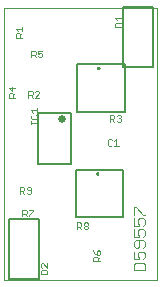
<source format=gto>
G75*
G70*
%OFA0B0*%
%FSLAX24Y24*%
%IPPOS*%
%LPD*%
%AMOC8*
5,1,8,0,0,1.08239X$1,22.5*
%
%ADD10C,0.0000*%
%ADD11C,0.0030*%
%ADD12C,0.0050*%
%ADD13C,0.0020*%
%ADD14C,0.0080*%
%ADD15C,0.0256*%
%ADD16C,0.0001*%
D10*
X000900Y000980D02*
X000900Y010035D01*
X006018Y010035D01*
X006018Y000980D01*
X000900Y000980D01*
X003986Y004499D02*
X003997Y004494D01*
X004009Y004492D01*
X004022Y004494D01*
X004033Y004499D01*
X004041Y004508D01*
X004047Y004519D01*
X004049Y004531D01*
X004047Y004543D01*
X004041Y004554D01*
X004033Y004563D01*
X004022Y004569D01*
X004009Y004571D01*
X003997Y004569D01*
X003986Y004563D01*
X003978Y004554D01*
X003972Y004543D01*
X003970Y004531D01*
X003972Y004519D01*
X003978Y004508D01*
X003986Y004499D01*
X004049Y008012D02*
X004062Y008014D01*
X004073Y008019D01*
X004081Y008028D01*
X004087Y008039D01*
X004089Y008051D01*
X004087Y008063D01*
X004081Y008074D01*
X004073Y008083D01*
X004062Y008089D01*
X004049Y008091D01*
X004037Y008089D01*
X004026Y008083D01*
X004018Y008074D01*
X004012Y008063D01*
X004010Y008051D01*
X004012Y008039D01*
X004018Y008028D01*
X004026Y008019D01*
X004037Y008014D01*
X004049Y008012D01*
D11*
X005235Y003403D02*
X005296Y003403D01*
X005543Y003157D01*
X005605Y003157D01*
X005543Y003035D02*
X005605Y002973D01*
X005605Y002850D01*
X005543Y002788D01*
X005543Y002667D02*
X005605Y002605D01*
X005605Y002482D01*
X005543Y002420D01*
X005543Y002299D02*
X005296Y002299D01*
X005235Y002237D01*
X005235Y002113D01*
X005296Y002052D01*
X005358Y002052D01*
X005420Y002113D01*
X005420Y002299D01*
X005420Y002420D02*
X005358Y002543D01*
X005358Y002605D01*
X005420Y002667D01*
X005543Y002667D01*
X005420Y002788D02*
X005358Y002912D01*
X005358Y002973D01*
X005420Y003035D01*
X005543Y003035D01*
X005420Y002788D02*
X005235Y002788D01*
X005235Y003035D01*
X005235Y003157D02*
X005235Y003403D01*
X005235Y002667D02*
X005235Y002420D01*
X005420Y002420D01*
X005543Y002299D02*
X005605Y002237D01*
X005605Y002113D01*
X005543Y002052D01*
X005543Y001930D02*
X005605Y001868D01*
X005605Y001745D01*
X005543Y001683D01*
X005543Y001562D02*
X005296Y001562D01*
X005235Y001500D01*
X005235Y001315D01*
X005605Y001315D01*
X005605Y001500D01*
X005543Y001562D01*
X005420Y001683D02*
X005358Y001807D01*
X005358Y001868D01*
X005420Y001930D01*
X005543Y001930D01*
X005420Y001683D02*
X005235Y001683D01*
X005235Y001930D01*
D12*
X004887Y003073D02*
X004887Y004647D01*
X003313Y004647D01*
X003313Y003073D01*
X004887Y003073D01*
X004927Y006593D02*
X003353Y006593D01*
X003353Y008167D01*
X004927Y008167D01*
X004927Y006593D01*
X004882Y008083D02*
X005882Y008083D01*
X005882Y010083D01*
X004882Y010083D01*
X004882Y008083D01*
X002078Y003001D02*
X001078Y003001D01*
X001078Y001001D01*
X002078Y001001D01*
X002078Y003001D01*
D13*
X001886Y003283D02*
X001739Y003137D01*
X001739Y003100D01*
X001665Y003100D02*
X001591Y003173D01*
X001628Y003173D02*
X001518Y003173D01*
X001518Y003100D02*
X001518Y003320D01*
X001628Y003320D01*
X001665Y003283D01*
X001665Y003210D01*
X001628Y003173D01*
X001739Y003320D02*
X001886Y003320D01*
X001886Y003283D01*
X001769Y003860D02*
X001696Y003860D01*
X001659Y003897D01*
X001696Y003970D02*
X001806Y003970D01*
X001806Y003897D02*
X001769Y003860D01*
X001806Y003897D02*
X001806Y004043D01*
X001769Y004080D01*
X001696Y004080D01*
X001659Y004043D01*
X001659Y004007D01*
X001696Y003970D01*
X001585Y003970D02*
X001585Y004043D01*
X001548Y004080D01*
X001438Y004080D01*
X001438Y003860D01*
X001438Y003933D02*
X001548Y003933D01*
X001585Y003970D01*
X001511Y003933D02*
X001585Y003860D01*
X001790Y006192D02*
X001790Y006266D01*
X001790Y006229D02*
X002010Y006229D01*
X002010Y006192D02*
X002010Y006266D01*
X001973Y006340D02*
X002010Y006376D01*
X002010Y006450D01*
X001973Y006486D01*
X002010Y006561D02*
X002010Y006707D01*
X002010Y006634D02*
X001790Y006634D01*
X001863Y006561D01*
X001826Y006486D02*
X001790Y006450D01*
X001790Y006376D01*
X001826Y006340D01*
X001973Y006340D01*
X001939Y007060D02*
X002086Y007207D01*
X002086Y007243D01*
X002049Y007280D01*
X001976Y007280D01*
X001939Y007243D01*
X001865Y007243D02*
X001865Y007170D01*
X001828Y007133D01*
X001718Y007133D01*
X001718Y007060D02*
X001718Y007280D01*
X001828Y007280D01*
X001865Y007243D01*
X001791Y007133D02*
X001865Y007060D01*
X001939Y007060D02*
X002086Y007060D01*
X001280Y007060D02*
X001060Y007060D01*
X001060Y007170D01*
X001097Y007207D01*
X001170Y007207D01*
X001207Y007170D01*
X001207Y007060D01*
X001207Y007133D02*
X001280Y007207D01*
X001170Y007281D02*
X001170Y007428D01*
X001280Y007391D02*
X001060Y007391D01*
X001170Y007281D01*
X001820Y008400D02*
X001820Y008620D01*
X001930Y008620D01*
X001967Y008583D01*
X001967Y008510D01*
X001930Y008473D01*
X001820Y008473D01*
X001893Y008473D02*
X001967Y008400D01*
X002041Y008437D02*
X002078Y008400D01*
X002151Y008400D01*
X002188Y008437D01*
X002188Y008510D01*
X002151Y008547D01*
X002114Y008547D01*
X002041Y008510D01*
X002041Y008620D01*
X002188Y008620D01*
X001520Y009060D02*
X001300Y009060D01*
X001300Y009170D01*
X001337Y009207D01*
X001410Y009207D01*
X001447Y009170D01*
X001447Y009060D01*
X001447Y009133D02*
X001520Y009207D01*
X001520Y009281D02*
X001520Y009428D01*
X001520Y009354D02*
X001300Y009354D01*
X001373Y009281D01*
X004395Y005680D02*
X004358Y005643D01*
X004358Y005497D01*
X004395Y005460D01*
X004468Y005460D01*
X004505Y005497D01*
X004579Y005460D02*
X004726Y005460D01*
X004652Y005460D02*
X004652Y005680D01*
X004579Y005607D01*
X004505Y005643D02*
X004468Y005680D01*
X004395Y005680D01*
X004438Y006260D02*
X004438Y006480D01*
X004548Y006480D01*
X004585Y006443D01*
X004585Y006370D01*
X004548Y006333D01*
X004438Y006333D01*
X004511Y006333D02*
X004585Y006260D01*
X004659Y006297D02*
X004696Y006260D01*
X004769Y006260D01*
X004806Y006297D01*
X004806Y006333D01*
X004769Y006370D01*
X004732Y006370D01*
X004769Y006370D02*
X004806Y006407D01*
X004806Y006443D01*
X004769Y006480D01*
X004696Y006480D01*
X004659Y006443D01*
X004612Y009411D02*
X004612Y009521D01*
X004649Y009557D01*
X004796Y009557D01*
X004832Y009521D01*
X004832Y009411D01*
X004612Y009411D01*
X004685Y009632D02*
X004612Y009705D01*
X004832Y009705D01*
X004832Y009632D02*
X004832Y009778D01*
X003671Y002900D02*
X003598Y002900D01*
X003561Y002863D01*
X003561Y002827D01*
X003598Y002790D01*
X003671Y002790D01*
X003708Y002753D01*
X003708Y002717D01*
X003671Y002680D01*
X003598Y002680D01*
X003561Y002717D01*
X003561Y002753D01*
X003598Y002790D01*
X003671Y002790D02*
X003708Y002827D01*
X003708Y002863D01*
X003671Y002900D01*
X003487Y002863D02*
X003487Y002790D01*
X003450Y002753D01*
X003340Y002753D01*
X003340Y002680D02*
X003340Y002900D01*
X003450Y002900D01*
X003487Y002863D01*
X003413Y002753D02*
X003487Y002680D01*
X003880Y001966D02*
X003917Y001892D01*
X003990Y001819D01*
X003990Y001929D01*
X004027Y001966D01*
X004063Y001966D01*
X004100Y001929D01*
X004100Y001856D01*
X004063Y001819D01*
X003990Y001819D01*
X003990Y001745D02*
X003917Y001745D01*
X003880Y001708D01*
X003880Y001598D01*
X004100Y001598D01*
X004027Y001598D02*
X004027Y001708D01*
X003990Y001745D01*
X004027Y001671D02*
X004100Y001745D01*
X002348Y001539D02*
X002348Y001392D01*
X002202Y001539D01*
X002165Y001539D01*
X002128Y001502D01*
X002128Y001428D01*
X002165Y001392D01*
X002165Y001318D02*
X002128Y001281D01*
X002128Y001171D01*
X002348Y001171D01*
X002348Y001281D01*
X002312Y001318D01*
X002165Y001318D01*
D14*
X002029Y004854D02*
X003131Y004854D01*
X003131Y006546D01*
X002029Y006546D01*
X002029Y004854D01*
D15*
X002836Y006340D03*
D16*
X004027Y008019D02*
X004072Y008019D01*
X004073Y008020D02*
X004026Y008020D01*
X004025Y008021D02*
X004074Y008021D01*
X004075Y008022D02*
X004024Y008022D01*
X004023Y008023D02*
X004076Y008023D01*
X004077Y008024D02*
X004022Y008024D01*
X004021Y008025D02*
X004078Y008025D01*
X004079Y008026D02*
X004020Y008026D01*
X004019Y008027D02*
X004080Y008027D01*
X004081Y008028D02*
X004018Y008028D01*
X004017Y008029D02*
X004082Y008029D01*
X004082Y008030D02*
X004017Y008030D01*
X004016Y008031D02*
X004083Y008031D01*
X004083Y008032D02*
X004016Y008032D01*
X004015Y008033D02*
X004084Y008033D01*
X004084Y008034D02*
X004015Y008034D01*
X004014Y008035D02*
X004085Y008035D01*
X004085Y008036D02*
X004014Y008036D01*
X004013Y008037D02*
X004086Y008037D01*
X004086Y008038D02*
X004013Y008038D01*
X004012Y008039D02*
X004087Y008039D01*
X004087Y008040D02*
X004012Y008040D01*
X004012Y008041D02*
X004087Y008041D01*
X004087Y008042D02*
X004012Y008042D01*
X004011Y008043D02*
X004088Y008043D01*
X004088Y008044D02*
X004011Y008044D01*
X004011Y008045D02*
X004088Y008045D01*
X004088Y008046D02*
X004011Y008046D01*
X004011Y008047D02*
X004088Y008047D01*
X004088Y008048D02*
X004011Y008048D01*
X004010Y008049D02*
X004088Y008049D01*
X004089Y008050D02*
X004010Y008050D01*
X004010Y008051D02*
X004089Y008051D01*
X004089Y008052D02*
X004010Y008052D01*
X004010Y008053D02*
X004089Y008053D01*
X004088Y008054D02*
X004011Y008054D01*
X004011Y008055D02*
X004088Y008055D01*
X004088Y008056D02*
X004011Y008056D01*
X004011Y008057D02*
X004088Y008057D01*
X004088Y008058D02*
X004011Y008058D01*
X004011Y008059D02*
X004088Y008059D01*
X004087Y008060D02*
X004011Y008060D01*
X004012Y008061D02*
X004087Y008061D01*
X004087Y008062D02*
X004012Y008062D01*
X004012Y008063D02*
X004087Y008063D01*
X004087Y008064D02*
X004012Y008064D01*
X004013Y008065D02*
X004086Y008065D01*
X004086Y008066D02*
X004013Y008066D01*
X004014Y008067D02*
X004085Y008067D01*
X004085Y008068D02*
X004014Y008068D01*
X004015Y008069D02*
X004084Y008069D01*
X004084Y008070D02*
X004015Y008070D01*
X004016Y008071D02*
X004083Y008071D01*
X004083Y008072D02*
X004016Y008072D01*
X004017Y008073D02*
X004082Y008073D01*
X004081Y008074D02*
X004017Y008074D01*
X004018Y008075D02*
X004081Y008075D01*
X004080Y008076D02*
X004019Y008076D01*
X004020Y008077D02*
X004079Y008077D01*
X004078Y008078D02*
X004021Y008078D01*
X004022Y008079D02*
X004077Y008079D01*
X004076Y008080D02*
X004023Y008080D01*
X004024Y008081D02*
X004075Y008081D01*
X004074Y008082D02*
X004025Y008082D01*
X004026Y008083D02*
X004073Y008083D01*
X004071Y008084D02*
X004028Y008084D01*
X004030Y008085D02*
X004069Y008085D01*
X004067Y008086D02*
X004032Y008086D01*
X004034Y008087D02*
X004065Y008087D01*
X004063Y008088D02*
X004036Y008088D01*
X004039Y008089D02*
X004060Y008089D01*
X004053Y008090D02*
X004045Y008090D01*
X004029Y008018D02*
X004070Y008018D01*
X004068Y008017D02*
X004031Y008017D01*
X004033Y008016D02*
X004066Y008016D01*
X004064Y008015D02*
X004035Y008015D01*
X004037Y008014D02*
X004062Y008014D01*
X004057Y008013D02*
X004042Y008013D01*
X004048Y008012D02*
X004051Y008012D01*
X004008Y004570D02*
X004011Y004570D01*
X004017Y004569D02*
X004002Y004569D01*
X003997Y004568D02*
X004022Y004568D01*
X004024Y004567D02*
X003995Y004567D01*
X003993Y004566D02*
X004026Y004566D01*
X004028Y004565D02*
X003991Y004565D01*
X003989Y004564D02*
X004030Y004564D01*
X004032Y004563D02*
X003987Y004563D01*
X003986Y004562D02*
X004033Y004562D01*
X004034Y004561D02*
X003985Y004561D01*
X003984Y004560D02*
X004035Y004560D01*
X004036Y004559D02*
X003983Y004559D01*
X003982Y004558D02*
X004037Y004558D01*
X004038Y004557D02*
X003981Y004557D01*
X003980Y004556D02*
X004039Y004556D01*
X004040Y004555D02*
X003979Y004555D01*
X003978Y004554D02*
X004041Y004554D01*
X004042Y004553D02*
X003977Y004553D01*
X003977Y004552D02*
X004042Y004552D01*
X004043Y004551D02*
X003976Y004551D01*
X003976Y004550D02*
X004043Y004550D01*
X004044Y004549D02*
X003975Y004549D01*
X003975Y004548D02*
X004044Y004548D01*
X004045Y004547D02*
X003974Y004547D01*
X003974Y004546D02*
X004045Y004546D01*
X004046Y004545D02*
X003973Y004545D01*
X003973Y004544D02*
X004046Y004544D01*
X004047Y004543D02*
X003972Y004543D01*
X003972Y004542D02*
X004047Y004542D01*
X004047Y004541D02*
X003972Y004541D01*
X003972Y004540D02*
X004047Y004540D01*
X004048Y004539D02*
X003971Y004539D01*
X003971Y004538D02*
X004048Y004538D01*
X004048Y004537D02*
X003971Y004537D01*
X003971Y004536D02*
X004048Y004536D01*
X004048Y004535D02*
X003971Y004535D01*
X003971Y004534D02*
X004048Y004534D01*
X004048Y004533D02*
X003970Y004533D01*
X004049Y004533D01*
X004049Y004532D02*
X003970Y004532D01*
X003970Y004531D02*
X004049Y004531D01*
X004049Y004530D02*
X003970Y004530D01*
X003971Y004529D02*
X004048Y004529D01*
X004048Y004528D02*
X003971Y004528D01*
X003971Y004527D02*
X004048Y004527D01*
X004048Y004526D02*
X003971Y004526D01*
X003971Y004525D02*
X004048Y004525D01*
X004048Y004524D02*
X003971Y004524D01*
X003971Y004523D02*
X004047Y004523D01*
X004047Y004522D02*
X003972Y004522D01*
X003972Y004521D02*
X004047Y004521D01*
X004047Y004520D02*
X003972Y004520D01*
X003972Y004519D02*
X004047Y004519D01*
X004046Y004518D02*
X003973Y004518D01*
X003973Y004517D02*
X004046Y004517D01*
X004045Y004516D02*
X003974Y004516D01*
X003974Y004515D02*
X004045Y004515D01*
X004044Y004514D02*
X003975Y004514D01*
X003975Y004513D02*
X004044Y004513D01*
X004043Y004512D02*
X003976Y004512D01*
X003976Y004511D02*
X004043Y004511D01*
X004042Y004510D02*
X003977Y004510D01*
X003977Y004509D02*
X004042Y004509D01*
X004041Y004508D02*
X003978Y004508D01*
X003979Y004507D02*
X004040Y004507D01*
X004039Y004506D02*
X003980Y004506D01*
X003981Y004505D02*
X004038Y004505D01*
X004037Y004504D02*
X003982Y004504D01*
X003983Y004503D02*
X004036Y004503D01*
X004035Y004502D02*
X003984Y004502D01*
X003985Y004501D02*
X004034Y004501D01*
X004033Y004500D02*
X003986Y004500D01*
X003988Y004499D02*
X004031Y004499D01*
X004029Y004498D02*
X003990Y004498D01*
X003992Y004497D02*
X004027Y004497D01*
X004025Y004496D02*
X003994Y004496D01*
X003996Y004495D02*
X004023Y004495D01*
X004020Y004494D02*
X003999Y004494D01*
X004005Y004493D02*
X004014Y004493D01*
M02*

</source>
